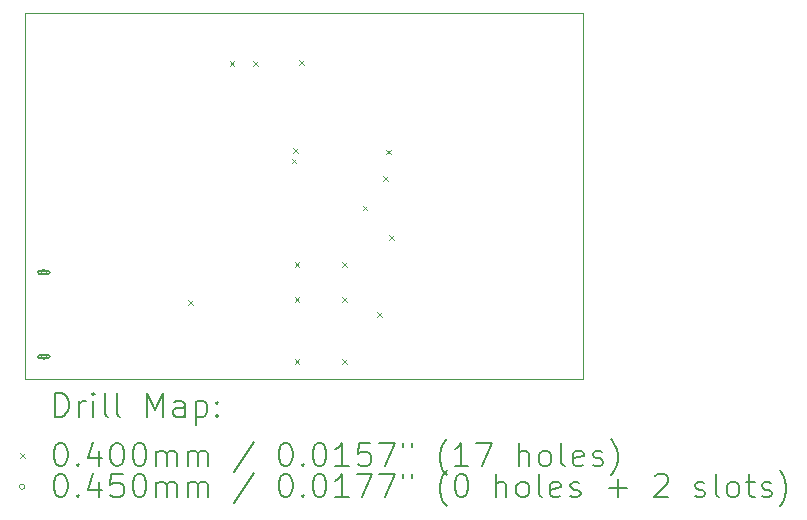
<source format=gbr>
%FSLAX45Y45*%
G04 Gerber Fmt 4.5, Leading zero omitted, Abs format (unit mm)*
G04 Created by KiCad (PCBNEW (6.0.0)) date 2023-04-27 21:53:18*
%MOMM*%
%LPD*%
G01*
G04 APERTURE LIST*
%TA.AperFunction,Profile*%
%ADD10C,0.100000*%
%TD*%
%ADD11C,0.200000*%
%ADD12C,0.040000*%
%ADD13C,0.045000*%
G04 APERTURE END LIST*
D10*
X22075000Y-10425000D02*
X17350000Y-10425000D01*
X17350000Y-10425000D02*
X17350000Y-7325000D01*
X17350000Y-7325000D02*
X22075000Y-7325000D01*
X22075000Y-7325000D02*
X22075000Y-10425000D01*
D11*
D12*
X18730000Y-9755000D02*
X18770000Y-9795000D01*
X18770000Y-9755000D02*
X18730000Y-9795000D01*
X19080000Y-7730000D02*
X19120000Y-7770000D01*
X19120000Y-7730000D02*
X19080000Y-7770000D01*
X19280000Y-7730000D02*
X19320000Y-7770000D01*
X19320000Y-7730000D02*
X19280000Y-7770000D01*
X19604866Y-8555869D02*
X19644866Y-8595869D01*
X19644866Y-8555869D02*
X19604866Y-8595869D01*
X19618971Y-8464298D02*
X19658971Y-8504298D01*
X19658971Y-8464298D02*
X19618971Y-8504298D01*
X19630000Y-9430000D02*
X19670000Y-9470000D01*
X19670000Y-9430000D02*
X19630000Y-9470000D01*
X19630000Y-9730000D02*
X19670000Y-9770000D01*
X19670000Y-9730000D02*
X19630000Y-9770000D01*
X19630000Y-10255000D02*
X19670000Y-10295000D01*
X19670000Y-10255000D02*
X19630000Y-10295000D01*
X19670692Y-7724608D02*
X19710692Y-7764608D01*
X19710692Y-7724608D02*
X19670692Y-7764608D01*
X20030000Y-9430000D02*
X20070000Y-9470000D01*
X20070000Y-9430000D02*
X20030000Y-9470000D01*
X20030000Y-9730000D02*
X20070000Y-9770000D01*
X20070000Y-9730000D02*
X20030000Y-9770000D01*
X20030000Y-10255000D02*
X20070000Y-10295000D01*
X20070000Y-10255000D02*
X20030000Y-10295000D01*
X20205000Y-8955000D02*
X20245000Y-8995000D01*
X20245000Y-8955000D02*
X20205000Y-8995000D01*
X20330000Y-9855000D02*
X20370000Y-9895000D01*
X20370000Y-9855000D02*
X20330000Y-9895000D01*
X20380000Y-8705000D02*
X20420000Y-8745000D01*
X20420000Y-8705000D02*
X20380000Y-8745000D01*
X20405000Y-8480000D02*
X20445000Y-8520000D01*
X20445000Y-8480000D02*
X20405000Y-8520000D01*
X20430000Y-9205000D02*
X20470000Y-9245000D01*
X20470000Y-9205000D02*
X20430000Y-9245000D01*
D13*
X17527500Y-9517500D02*
G75*
G03*
X17527500Y-9517500I-22500J0D01*
G01*
D11*
X17465000Y-9530000D02*
X17545000Y-9530000D01*
X17465000Y-9505000D02*
X17545000Y-9505000D01*
X17545000Y-9530000D02*
G75*
G03*
X17545000Y-9505000I0J12500D01*
G01*
X17465000Y-9505000D02*
G75*
G03*
X17465000Y-9530000I0J-12500D01*
G01*
D13*
X17527500Y-10232500D02*
G75*
G03*
X17527500Y-10232500I-22500J0D01*
G01*
D11*
X17545000Y-10220000D02*
X17465000Y-10220000D01*
X17545000Y-10245000D02*
X17465000Y-10245000D01*
X17465000Y-10220000D02*
G75*
G03*
X17465000Y-10245000I0J-12500D01*
G01*
X17545000Y-10245000D02*
G75*
G03*
X17545000Y-10220000I0J12500D01*
G01*
X17602619Y-10740476D02*
X17602619Y-10540476D01*
X17650238Y-10540476D01*
X17678810Y-10550000D01*
X17697857Y-10569048D01*
X17707381Y-10588095D01*
X17716905Y-10626190D01*
X17716905Y-10654762D01*
X17707381Y-10692857D01*
X17697857Y-10711905D01*
X17678810Y-10730952D01*
X17650238Y-10740476D01*
X17602619Y-10740476D01*
X17802619Y-10740476D02*
X17802619Y-10607143D01*
X17802619Y-10645238D02*
X17812143Y-10626190D01*
X17821667Y-10616667D01*
X17840714Y-10607143D01*
X17859762Y-10607143D01*
X17926429Y-10740476D02*
X17926429Y-10607143D01*
X17926429Y-10540476D02*
X17916905Y-10550000D01*
X17926429Y-10559524D01*
X17935952Y-10550000D01*
X17926429Y-10540476D01*
X17926429Y-10559524D01*
X18050238Y-10740476D02*
X18031190Y-10730952D01*
X18021667Y-10711905D01*
X18021667Y-10540476D01*
X18155000Y-10740476D02*
X18135952Y-10730952D01*
X18126429Y-10711905D01*
X18126429Y-10540476D01*
X18383571Y-10740476D02*
X18383571Y-10540476D01*
X18450238Y-10683333D01*
X18516905Y-10540476D01*
X18516905Y-10740476D01*
X18697857Y-10740476D02*
X18697857Y-10635714D01*
X18688333Y-10616667D01*
X18669286Y-10607143D01*
X18631190Y-10607143D01*
X18612143Y-10616667D01*
X18697857Y-10730952D02*
X18678810Y-10740476D01*
X18631190Y-10740476D01*
X18612143Y-10730952D01*
X18602619Y-10711905D01*
X18602619Y-10692857D01*
X18612143Y-10673810D01*
X18631190Y-10664286D01*
X18678810Y-10664286D01*
X18697857Y-10654762D01*
X18793095Y-10607143D02*
X18793095Y-10807143D01*
X18793095Y-10616667D02*
X18812143Y-10607143D01*
X18850238Y-10607143D01*
X18869286Y-10616667D01*
X18878810Y-10626190D01*
X18888333Y-10645238D01*
X18888333Y-10702381D01*
X18878810Y-10721429D01*
X18869286Y-10730952D01*
X18850238Y-10740476D01*
X18812143Y-10740476D01*
X18793095Y-10730952D01*
X18974048Y-10721429D02*
X18983571Y-10730952D01*
X18974048Y-10740476D01*
X18964524Y-10730952D01*
X18974048Y-10721429D01*
X18974048Y-10740476D01*
X18974048Y-10616667D02*
X18983571Y-10626190D01*
X18974048Y-10635714D01*
X18964524Y-10626190D01*
X18974048Y-10616667D01*
X18974048Y-10635714D01*
D12*
X17305000Y-11050000D02*
X17345000Y-11090000D01*
X17345000Y-11050000D02*
X17305000Y-11090000D01*
D11*
X17640714Y-10960476D02*
X17659762Y-10960476D01*
X17678810Y-10970000D01*
X17688333Y-10979524D01*
X17697857Y-10998571D01*
X17707381Y-11036667D01*
X17707381Y-11084286D01*
X17697857Y-11122381D01*
X17688333Y-11141429D01*
X17678810Y-11150952D01*
X17659762Y-11160476D01*
X17640714Y-11160476D01*
X17621667Y-11150952D01*
X17612143Y-11141429D01*
X17602619Y-11122381D01*
X17593095Y-11084286D01*
X17593095Y-11036667D01*
X17602619Y-10998571D01*
X17612143Y-10979524D01*
X17621667Y-10970000D01*
X17640714Y-10960476D01*
X17793095Y-11141429D02*
X17802619Y-11150952D01*
X17793095Y-11160476D01*
X17783571Y-11150952D01*
X17793095Y-11141429D01*
X17793095Y-11160476D01*
X17974048Y-11027143D02*
X17974048Y-11160476D01*
X17926429Y-10950952D02*
X17878810Y-11093810D01*
X18002619Y-11093810D01*
X18116905Y-10960476D02*
X18135952Y-10960476D01*
X18155000Y-10970000D01*
X18164524Y-10979524D01*
X18174048Y-10998571D01*
X18183571Y-11036667D01*
X18183571Y-11084286D01*
X18174048Y-11122381D01*
X18164524Y-11141429D01*
X18155000Y-11150952D01*
X18135952Y-11160476D01*
X18116905Y-11160476D01*
X18097857Y-11150952D01*
X18088333Y-11141429D01*
X18078810Y-11122381D01*
X18069286Y-11084286D01*
X18069286Y-11036667D01*
X18078810Y-10998571D01*
X18088333Y-10979524D01*
X18097857Y-10970000D01*
X18116905Y-10960476D01*
X18307381Y-10960476D02*
X18326429Y-10960476D01*
X18345476Y-10970000D01*
X18355000Y-10979524D01*
X18364524Y-10998571D01*
X18374048Y-11036667D01*
X18374048Y-11084286D01*
X18364524Y-11122381D01*
X18355000Y-11141429D01*
X18345476Y-11150952D01*
X18326429Y-11160476D01*
X18307381Y-11160476D01*
X18288333Y-11150952D01*
X18278810Y-11141429D01*
X18269286Y-11122381D01*
X18259762Y-11084286D01*
X18259762Y-11036667D01*
X18269286Y-10998571D01*
X18278810Y-10979524D01*
X18288333Y-10970000D01*
X18307381Y-10960476D01*
X18459762Y-11160476D02*
X18459762Y-11027143D01*
X18459762Y-11046190D02*
X18469286Y-11036667D01*
X18488333Y-11027143D01*
X18516905Y-11027143D01*
X18535952Y-11036667D01*
X18545476Y-11055714D01*
X18545476Y-11160476D01*
X18545476Y-11055714D02*
X18555000Y-11036667D01*
X18574048Y-11027143D01*
X18602619Y-11027143D01*
X18621667Y-11036667D01*
X18631190Y-11055714D01*
X18631190Y-11160476D01*
X18726429Y-11160476D02*
X18726429Y-11027143D01*
X18726429Y-11046190D02*
X18735952Y-11036667D01*
X18755000Y-11027143D01*
X18783571Y-11027143D01*
X18802619Y-11036667D01*
X18812143Y-11055714D01*
X18812143Y-11160476D01*
X18812143Y-11055714D02*
X18821667Y-11036667D01*
X18840714Y-11027143D01*
X18869286Y-11027143D01*
X18888333Y-11036667D01*
X18897857Y-11055714D01*
X18897857Y-11160476D01*
X19288333Y-10950952D02*
X19116905Y-11208095D01*
X19545476Y-10960476D02*
X19564524Y-10960476D01*
X19583571Y-10970000D01*
X19593095Y-10979524D01*
X19602619Y-10998571D01*
X19612143Y-11036667D01*
X19612143Y-11084286D01*
X19602619Y-11122381D01*
X19593095Y-11141429D01*
X19583571Y-11150952D01*
X19564524Y-11160476D01*
X19545476Y-11160476D01*
X19526429Y-11150952D01*
X19516905Y-11141429D01*
X19507381Y-11122381D01*
X19497857Y-11084286D01*
X19497857Y-11036667D01*
X19507381Y-10998571D01*
X19516905Y-10979524D01*
X19526429Y-10970000D01*
X19545476Y-10960476D01*
X19697857Y-11141429D02*
X19707381Y-11150952D01*
X19697857Y-11160476D01*
X19688333Y-11150952D01*
X19697857Y-11141429D01*
X19697857Y-11160476D01*
X19831190Y-10960476D02*
X19850238Y-10960476D01*
X19869286Y-10970000D01*
X19878810Y-10979524D01*
X19888333Y-10998571D01*
X19897857Y-11036667D01*
X19897857Y-11084286D01*
X19888333Y-11122381D01*
X19878810Y-11141429D01*
X19869286Y-11150952D01*
X19850238Y-11160476D01*
X19831190Y-11160476D01*
X19812143Y-11150952D01*
X19802619Y-11141429D01*
X19793095Y-11122381D01*
X19783571Y-11084286D01*
X19783571Y-11036667D01*
X19793095Y-10998571D01*
X19802619Y-10979524D01*
X19812143Y-10970000D01*
X19831190Y-10960476D01*
X20088333Y-11160476D02*
X19974048Y-11160476D01*
X20031190Y-11160476D02*
X20031190Y-10960476D01*
X20012143Y-10989048D01*
X19993095Y-11008095D01*
X19974048Y-11017619D01*
X20269286Y-10960476D02*
X20174048Y-10960476D01*
X20164524Y-11055714D01*
X20174048Y-11046190D01*
X20193095Y-11036667D01*
X20240714Y-11036667D01*
X20259762Y-11046190D01*
X20269286Y-11055714D01*
X20278810Y-11074762D01*
X20278810Y-11122381D01*
X20269286Y-11141429D01*
X20259762Y-11150952D01*
X20240714Y-11160476D01*
X20193095Y-11160476D01*
X20174048Y-11150952D01*
X20164524Y-11141429D01*
X20345476Y-10960476D02*
X20478810Y-10960476D01*
X20393095Y-11160476D01*
X20545476Y-10960476D02*
X20545476Y-10998571D01*
X20621667Y-10960476D02*
X20621667Y-10998571D01*
X20916905Y-11236667D02*
X20907381Y-11227143D01*
X20888333Y-11198571D01*
X20878810Y-11179524D01*
X20869286Y-11150952D01*
X20859762Y-11103333D01*
X20859762Y-11065238D01*
X20869286Y-11017619D01*
X20878810Y-10989048D01*
X20888333Y-10970000D01*
X20907381Y-10941429D01*
X20916905Y-10931905D01*
X21097857Y-11160476D02*
X20983571Y-11160476D01*
X21040714Y-11160476D02*
X21040714Y-10960476D01*
X21021667Y-10989048D01*
X21002619Y-11008095D01*
X20983571Y-11017619D01*
X21164524Y-10960476D02*
X21297857Y-10960476D01*
X21212143Y-11160476D01*
X21526429Y-11160476D02*
X21526429Y-10960476D01*
X21612143Y-11160476D02*
X21612143Y-11055714D01*
X21602619Y-11036667D01*
X21583571Y-11027143D01*
X21555000Y-11027143D01*
X21535952Y-11036667D01*
X21526429Y-11046190D01*
X21735952Y-11160476D02*
X21716905Y-11150952D01*
X21707381Y-11141429D01*
X21697857Y-11122381D01*
X21697857Y-11065238D01*
X21707381Y-11046190D01*
X21716905Y-11036667D01*
X21735952Y-11027143D01*
X21764524Y-11027143D01*
X21783571Y-11036667D01*
X21793095Y-11046190D01*
X21802619Y-11065238D01*
X21802619Y-11122381D01*
X21793095Y-11141429D01*
X21783571Y-11150952D01*
X21764524Y-11160476D01*
X21735952Y-11160476D01*
X21916905Y-11160476D02*
X21897857Y-11150952D01*
X21888333Y-11131905D01*
X21888333Y-10960476D01*
X22069286Y-11150952D02*
X22050238Y-11160476D01*
X22012143Y-11160476D01*
X21993095Y-11150952D01*
X21983571Y-11131905D01*
X21983571Y-11055714D01*
X21993095Y-11036667D01*
X22012143Y-11027143D01*
X22050238Y-11027143D01*
X22069286Y-11036667D01*
X22078810Y-11055714D01*
X22078810Y-11074762D01*
X21983571Y-11093810D01*
X22155000Y-11150952D02*
X22174048Y-11160476D01*
X22212143Y-11160476D01*
X22231190Y-11150952D01*
X22240714Y-11131905D01*
X22240714Y-11122381D01*
X22231190Y-11103333D01*
X22212143Y-11093810D01*
X22183571Y-11093810D01*
X22164524Y-11084286D01*
X22155000Y-11065238D01*
X22155000Y-11055714D01*
X22164524Y-11036667D01*
X22183571Y-11027143D01*
X22212143Y-11027143D01*
X22231190Y-11036667D01*
X22307381Y-11236667D02*
X22316905Y-11227143D01*
X22335952Y-11198571D01*
X22345476Y-11179524D01*
X22355000Y-11150952D01*
X22364524Y-11103333D01*
X22364524Y-11065238D01*
X22355000Y-11017619D01*
X22345476Y-10989048D01*
X22335952Y-10970000D01*
X22316905Y-10941429D01*
X22307381Y-10931905D01*
D13*
X17345000Y-11334000D02*
G75*
G03*
X17345000Y-11334000I-22500J0D01*
G01*
D11*
X17640714Y-11224476D02*
X17659762Y-11224476D01*
X17678810Y-11234000D01*
X17688333Y-11243524D01*
X17697857Y-11262571D01*
X17707381Y-11300667D01*
X17707381Y-11348286D01*
X17697857Y-11386381D01*
X17688333Y-11405428D01*
X17678810Y-11414952D01*
X17659762Y-11424476D01*
X17640714Y-11424476D01*
X17621667Y-11414952D01*
X17612143Y-11405428D01*
X17602619Y-11386381D01*
X17593095Y-11348286D01*
X17593095Y-11300667D01*
X17602619Y-11262571D01*
X17612143Y-11243524D01*
X17621667Y-11234000D01*
X17640714Y-11224476D01*
X17793095Y-11405428D02*
X17802619Y-11414952D01*
X17793095Y-11424476D01*
X17783571Y-11414952D01*
X17793095Y-11405428D01*
X17793095Y-11424476D01*
X17974048Y-11291143D02*
X17974048Y-11424476D01*
X17926429Y-11214952D02*
X17878810Y-11357809D01*
X18002619Y-11357809D01*
X18174048Y-11224476D02*
X18078810Y-11224476D01*
X18069286Y-11319714D01*
X18078810Y-11310190D01*
X18097857Y-11300667D01*
X18145476Y-11300667D01*
X18164524Y-11310190D01*
X18174048Y-11319714D01*
X18183571Y-11338762D01*
X18183571Y-11386381D01*
X18174048Y-11405428D01*
X18164524Y-11414952D01*
X18145476Y-11424476D01*
X18097857Y-11424476D01*
X18078810Y-11414952D01*
X18069286Y-11405428D01*
X18307381Y-11224476D02*
X18326429Y-11224476D01*
X18345476Y-11234000D01*
X18355000Y-11243524D01*
X18364524Y-11262571D01*
X18374048Y-11300667D01*
X18374048Y-11348286D01*
X18364524Y-11386381D01*
X18355000Y-11405428D01*
X18345476Y-11414952D01*
X18326429Y-11424476D01*
X18307381Y-11424476D01*
X18288333Y-11414952D01*
X18278810Y-11405428D01*
X18269286Y-11386381D01*
X18259762Y-11348286D01*
X18259762Y-11300667D01*
X18269286Y-11262571D01*
X18278810Y-11243524D01*
X18288333Y-11234000D01*
X18307381Y-11224476D01*
X18459762Y-11424476D02*
X18459762Y-11291143D01*
X18459762Y-11310190D02*
X18469286Y-11300667D01*
X18488333Y-11291143D01*
X18516905Y-11291143D01*
X18535952Y-11300667D01*
X18545476Y-11319714D01*
X18545476Y-11424476D01*
X18545476Y-11319714D02*
X18555000Y-11300667D01*
X18574048Y-11291143D01*
X18602619Y-11291143D01*
X18621667Y-11300667D01*
X18631190Y-11319714D01*
X18631190Y-11424476D01*
X18726429Y-11424476D02*
X18726429Y-11291143D01*
X18726429Y-11310190D02*
X18735952Y-11300667D01*
X18755000Y-11291143D01*
X18783571Y-11291143D01*
X18802619Y-11300667D01*
X18812143Y-11319714D01*
X18812143Y-11424476D01*
X18812143Y-11319714D02*
X18821667Y-11300667D01*
X18840714Y-11291143D01*
X18869286Y-11291143D01*
X18888333Y-11300667D01*
X18897857Y-11319714D01*
X18897857Y-11424476D01*
X19288333Y-11214952D02*
X19116905Y-11472095D01*
X19545476Y-11224476D02*
X19564524Y-11224476D01*
X19583571Y-11234000D01*
X19593095Y-11243524D01*
X19602619Y-11262571D01*
X19612143Y-11300667D01*
X19612143Y-11348286D01*
X19602619Y-11386381D01*
X19593095Y-11405428D01*
X19583571Y-11414952D01*
X19564524Y-11424476D01*
X19545476Y-11424476D01*
X19526429Y-11414952D01*
X19516905Y-11405428D01*
X19507381Y-11386381D01*
X19497857Y-11348286D01*
X19497857Y-11300667D01*
X19507381Y-11262571D01*
X19516905Y-11243524D01*
X19526429Y-11234000D01*
X19545476Y-11224476D01*
X19697857Y-11405428D02*
X19707381Y-11414952D01*
X19697857Y-11424476D01*
X19688333Y-11414952D01*
X19697857Y-11405428D01*
X19697857Y-11424476D01*
X19831190Y-11224476D02*
X19850238Y-11224476D01*
X19869286Y-11234000D01*
X19878810Y-11243524D01*
X19888333Y-11262571D01*
X19897857Y-11300667D01*
X19897857Y-11348286D01*
X19888333Y-11386381D01*
X19878810Y-11405428D01*
X19869286Y-11414952D01*
X19850238Y-11424476D01*
X19831190Y-11424476D01*
X19812143Y-11414952D01*
X19802619Y-11405428D01*
X19793095Y-11386381D01*
X19783571Y-11348286D01*
X19783571Y-11300667D01*
X19793095Y-11262571D01*
X19802619Y-11243524D01*
X19812143Y-11234000D01*
X19831190Y-11224476D01*
X20088333Y-11424476D02*
X19974048Y-11424476D01*
X20031190Y-11424476D02*
X20031190Y-11224476D01*
X20012143Y-11253048D01*
X19993095Y-11272095D01*
X19974048Y-11281619D01*
X20155000Y-11224476D02*
X20288333Y-11224476D01*
X20202619Y-11424476D01*
X20345476Y-11224476D02*
X20478810Y-11224476D01*
X20393095Y-11424476D01*
X20545476Y-11224476D02*
X20545476Y-11262571D01*
X20621667Y-11224476D02*
X20621667Y-11262571D01*
X20916905Y-11500667D02*
X20907381Y-11491143D01*
X20888333Y-11462571D01*
X20878810Y-11443524D01*
X20869286Y-11414952D01*
X20859762Y-11367333D01*
X20859762Y-11329238D01*
X20869286Y-11281619D01*
X20878810Y-11253048D01*
X20888333Y-11234000D01*
X20907381Y-11205428D01*
X20916905Y-11195905D01*
X21031190Y-11224476D02*
X21050238Y-11224476D01*
X21069286Y-11234000D01*
X21078810Y-11243524D01*
X21088333Y-11262571D01*
X21097857Y-11300667D01*
X21097857Y-11348286D01*
X21088333Y-11386381D01*
X21078810Y-11405428D01*
X21069286Y-11414952D01*
X21050238Y-11424476D01*
X21031190Y-11424476D01*
X21012143Y-11414952D01*
X21002619Y-11405428D01*
X20993095Y-11386381D01*
X20983571Y-11348286D01*
X20983571Y-11300667D01*
X20993095Y-11262571D01*
X21002619Y-11243524D01*
X21012143Y-11234000D01*
X21031190Y-11224476D01*
X21335952Y-11424476D02*
X21335952Y-11224476D01*
X21421667Y-11424476D02*
X21421667Y-11319714D01*
X21412143Y-11300667D01*
X21393095Y-11291143D01*
X21364524Y-11291143D01*
X21345476Y-11300667D01*
X21335952Y-11310190D01*
X21545476Y-11424476D02*
X21526429Y-11414952D01*
X21516905Y-11405428D01*
X21507381Y-11386381D01*
X21507381Y-11329238D01*
X21516905Y-11310190D01*
X21526429Y-11300667D01*
X21545476Y-11291143D01*
X21574048Y-11291143D01*
X21593095Y-11300667D01*
X21602619Y-11310190D01*
X21612143Y-11329238D01*
X21612143Y-11386381D01*
X21602619Y-11405428D01*
X21593095Y-11414952D01*
X21574048Y-11424476D01*
X21545476Y-11424476D01*
X21726429Y-11424476D02*
X21707381Y-11414952D01*
X21697857Y-11395905D01*
X21697857Y-11224476D01*
X21878810Y-11414952D02*
X21859762Y-11424476D01*
X21821667Y-11424476D01*
X21802619Y-11414952D01*
X21793095Y-11395905D01*
X21793095Y-11319714D01*
X21802619Y-11300667D01*
X21821667Y-11291143D01*
X21859762Y-11291143D01*
X21878810Y-11300667D01*
X21888333Y-11319714D01*
X21888333Y-11338762D01*
X21793095Y-11357809D01*
X21964524Y-11414952D02*
X21983571Y-11424476D01*
X22021667Y-11424476D01*
X22040714Y-11414952D01*
X22050238Y-11395905D01*
X22050238Y-11386381D01*
X22040714Y-11367333D01*
X22021667Y-11357809D01*
X21993095Y-11357809D01*
X21974048Y-11348286D01*
X21964524Y-11329238D01*
X21964524Y-11319714D01*
X21974048Y-11300667D01*
X21993095Y-11291143D01*
X22021667Y-11291143D01*
X22040714Y-11300667D01*
X22288333Y-11348286D02*
X22440714Y-11348286D01*
X22364524Y-11424476D02*
X22364524Y-11272095D01*
X22678809Y-11243524D02*
X22688333Y-11234000D01*
X22707381Y-11224476D01*
X22755000Y-11224476D01*
X22774048Y-11234000D01*
X22783571Y-11243524D01*
X22793095Y-11262571D01*
X22793095Y-11281619D01*
X22783571Y-11310190D01*
X22669286Y-11424476D01*
X22793095Y-11424476D01*
X23021667Y-11414952D02*
X23040714Y-11424476D01*
X23078809Y-11424476D01*
X23097857Y-11414952D01*
X23107381Y-11395905D01*
X23107381Y-11386381D01*
X23097857Y-11367333D01*
X23078809Y-11357809D01*
X23050238Y-11357809D01*
X23031190Y-11348286D01*
X23021667Y-11329238D01*
X23021667Y-11319714D01*
X23031190Y-11300667D01*
X23050238Y-11291143D01*
X23078809Y-11291143D01*
X23097857Y-11300667D01*
X23221667Y-11424476D02*
X23202619Y-11414952D01*
X23193095Y-11395905D01*
X23193095Y-11224476D01*
X23326428Y-11424476D02*
X23307381Y-11414952D01*
X23297857Y-11405428D01*
X23288333Y-11386381D01*
X23288333Y-11329238D01*
X23297857Y-11310190D01*
X23307381Y-11300667D01*
X23326428Y-11291143D01*
X23355000Y-11291143D01*
X23374048Y-11300667D01*
X23383571Y-11310190D01*
X23393095Y-11329238D01*
X23393095Y-11386381D01*
X23383571Y-11405428D01*
X23374048Y-11414952D01*
X23355000Y-11424476D01*
X23326428Y-11424476D01*
X23450238Y-11291143D02*
X23526428Y-11291143D01*
X23478809Y-11224476D02*
X23478809Y-11395905D01*
X23488333Y-11414952D01*
X23507381Y-11424476D01*
X23526428Y-11424476D01*
X23583571Y-11414952D02*
X23602619Y-11424476D01*
X23640714Y-11424476D01*
X23659762Y-11414952D01*
X23669286Y-11395905D01*
X23669286Y-11386381D01*
X23659762Y-11367333D01*
X23640714Y-11357809D01*
X23612143Y-11357809D01*
X23593095Y-11348286D01*
X23583571Y-11329238D01*
X23583571Y-11319714D01*
X23593095Y-11300667D01*
X23612143Y-11291143D01*
X23640714Y-11291143D01*
X23659762Y-11300667D01*
X23735952Y-11500667D02*
X23745476Y-11491143D01*
X23764524Y-11462571D01*
X23774048Y-11443524D01*
X23783571Y-11414952D01*
X23793095Y-11367333D01*
X23793095Y-11329238D01*
X23783571Y-11281619D01*
X23774048Y-11253048D01*
X23764524Y-11234000D01*
X23745476Y-11205428D01*
X23735952Y-11195905D01*
M02*

</source>
